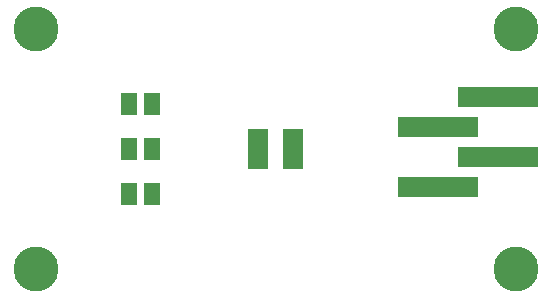
<source format=gts>
G04 (created by PCBNEW-RS274X (2011-07-19)-testing) date Wed 13 Jun 2012 12:22:37 PM PDT*
G01*
G70*
G90*
%MOIN*%
G04 Gerber Fmt 3.4, Leading zero omitted, Abs format*
%FSLAX34Y34*%
G04 APERTURE LIST*
%ADD10C,0.006000*%
%ADD11R,0.055000X0.075000*%
%ADD12R,0.071200X0.047600*%
%ADD13C,0.150000*%
%ADD14R,0.270000X0.070000*%
G04 APERTURE END LIST*
G54D10*
G54D11*
X34125Y-23500D03*
X34875Y-23500D03*
X34125Y-25000D03*
X34875Y-25000D03*
X34125Y-26500D03*
X34875Y-26500D03*
G54D12*
X39581Y-25433D03*
X39581Y-25000D03*
X39581Y-24567D03*
X38419Y-25433D03*
X38419Y-25000D03*
X38419Y-24567D03*
G54D13*
X31000Y-21000D03*
X31000Y-29000D03*
X47000Y-29000D03*
X47000Y-21000D03*
G54D14*
X44402Y-26250D03*
X46398Y-25250D03*
X44402Y-24250D03*
X46398Y-23250D03*
M02*

</source>
